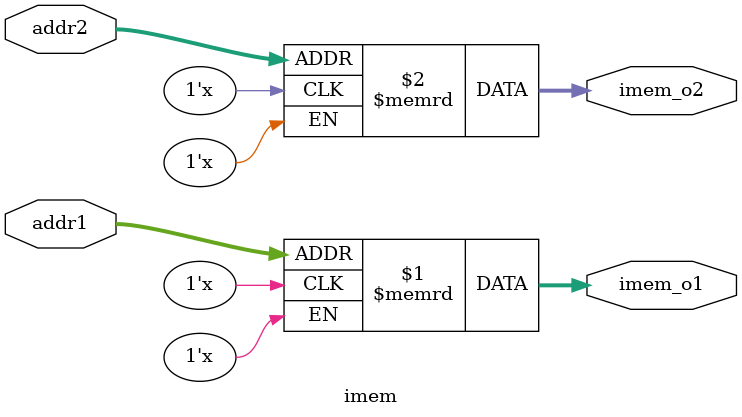
<source format=v>
`timescale 1ns/1ps
module dmem(
    input [11:0] addr,
    input we,
    input [31:0] din,
    input clk,

    output reg [31:0] dout
);
    reg[31:0] dmem_reg[0:4095];

    always @(posedge clk) begin
        if(we) begin
            dmem_reg[addr] <= din;
        end
        dout <= dmem_reg[addr];
    end
endmodule


module imem (
    input  [11:0] addr1,
    output [31:0] imem_o1,
    input  [11:0] addr2,
    output [31:0] imem_o2
);
    reg [31:0] imem_reg[0:4096];

    assign imem_o1 = imem_reg[addr1];
    assign imem_o2 = imem_reg[addr2];

endmodule

</source>
